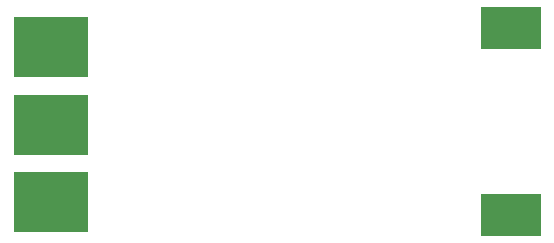
<source format=gbr>
%TF.GenerationSoftware,Altium Limited,Altium Designer,24.2.2 (26)*%
G04 Layer_Color=8421504*
%FSLAX45Y45*%
%MOMM*%
%TF.SameCoordinates,C43FDC76-AA2B-4580-830C-854DEF30EB04*%
%TF.FilePolarity,Positive*%
%TF.FileFunction,Paste,Top*%
%TF.Part,Single*%
G01*
G75*
%TA.AperFunction,SMDPad,CuDef*%
%ADD10R,6.35000X5.08000*%
%ADD11R,5.08000X3.68000*%
D10*
X360000Y1030000D02*
D03*
Y370000D02*
D03*
Y1690000D02*
D03*
D11*
X4260000Y1850000D02*
D03*
Y260000D02*
D03*
%TF.MD5,aa2e8e20bccf6928c5bf7da26c034cf6*%
M02*

</source>
